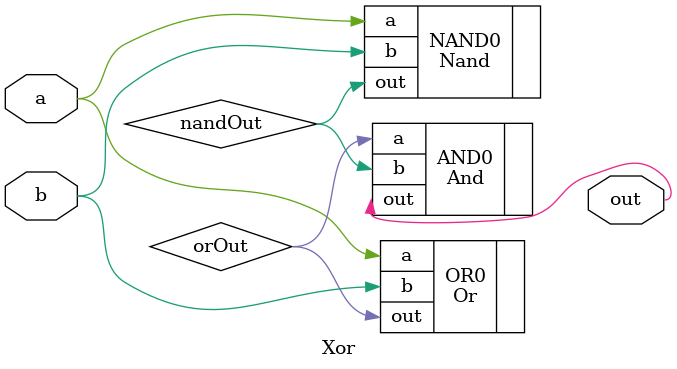
<source format=v>
/**
 * Exclusive-or gate:
 * out = not (a == b)
 */

`default_nettype none
module Xor(
	input a,
	input b,
	output out
);

    wire orOut;
    wire nandOut;

    Or OR0(.out(orOut),.a(a),.b(b));
    Nand NAND0(.out(nandOut),.a(a),.b(b));
    And AND0(.out(out),.a(orOut),.b(nandOut));

endmodule


</source>
